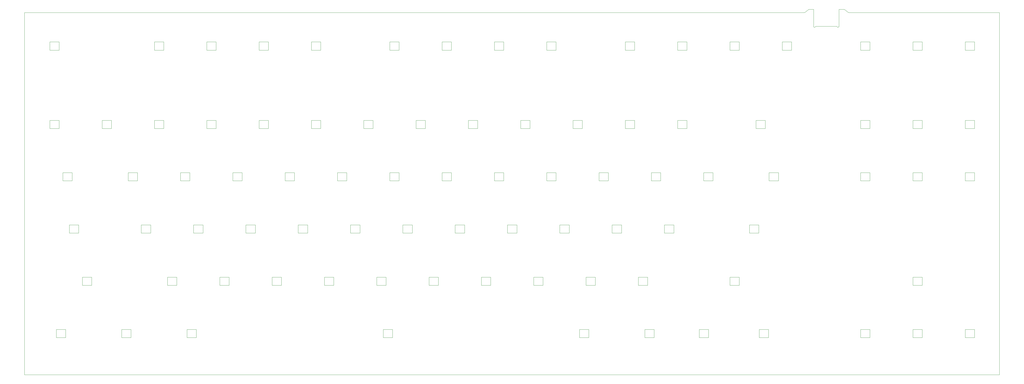
<source format=gbr>
%TF.GenerationSoftware,KiCad,Pcbnew,(6.0.1)*%
%TF.CreationDate,2022-03-06T15:28:15-08:00*%
%TF.ProjectId,Ramen80,52616d65-6e38-4302-9e6b-696361645f70,v1.0.0*%
%TF.SameCoordinates,Original*%
%TF.FileFunction,Profile,NP*%
%FSLAX46Y46*%
G04 Gerber Fmt 4.6, Leading zero omitted, Abs format (unit mm)*
G04 Created by KiCad (PCBNEW (6.0.1)) date 2022-03-06 15:28:15*
%MOMM*%
%LPD*%
G01*
G04 APERTURE LIST*
%TA.AperFunction,Profile*%
%ADD10C,0.100000*%
%TD*%
%TA.AperFunction,Profile*%
%ADD11C,0.010000*%
%TD*%
%TA.AperFunction,Profile*%
%ADD12C,0.120000*%
%TD*%
G04 APERTURE END LIST*
D10*
X32000000Y-182000000D02*
X387000000Y-182000000D01*
X387000000Y-182000000D02*
X387000000Y-50000000D01*
X316000000Y-50000000D02*
X32000000Y-50000000D01*
X32000000Y-50000000D02*
X32000000Y-182000000D01*
X387000000Y-50000000D02*
X332000000Y-50000000D01*
X317575000Y-48812500D02*
X316000000Y-50000000D01*
X330455000Y-48812500D02*
X332000000Y-50000000D01*
D11*
%TO.C,J2*%
X330455000Y-48812500D02*
X328555000Y-48812500D01*
X327755000Y-55012500D02*
X320115000Y-55012500D01*
X328555000Y-48812500D02*
X328555000Y-55012500D01*
X319315000Y-48812500D02*
X317575000Y-48812500D01*
X319315000Y-55012500D02*
X319315000Y-48812500D01*
X327905000Y-55132500D02*
G75*
G03*
X328230000Y-55412500I302499J22499D01*
G01*
X319640000Y-55412500D02*
G75*
G03*
X319965000Y-55132500I22501J302499D01*
G01*
X327905000Y-55132500D02*
G75*
G03*
X327755000Y-55012500I-135000J-15000D01*
G01*
X320115000Y-55012500D02*
G75*
G03*
X319965000Y-55132500I-15000J-135000D01*
G01*
X328230000Y-55412501D02*
G75*
G03*
X328555000Y-55012500I-37499J362500D01*
G01*
X319315000Y-55012500D02*
G75*
G03*
X319640000Y-55412500I362506J-37495D01*
G01*
D12*
%TO.C,LED64*%
X53069000Y-149400000D02*
X56469000Y-149400000D01*
X56469000Y-149400000D02*
X56469000Y-146400000D01*
X56469000Y-146400000D02*
X53069000Y-146400000D01*
X53069000Y-146400000D02*
X53069000Y-149400000D01*
%TO.C,LED48*%
X336437000Y-111300000D02*
X339837000Y-111300000D01*
X339837000Y-111300000D02*
X339837000Y-108300000D01*
X339837000Y-108300000D02*
X336437000Y-108300000D01*
X336437000Y-108300000D02*
X336437000Y-111300000D01*
%TO.C,LED7*%
X184037000Y-63675000D02*
X187437000Y-63675000D01*
X187437000Y-63675000D02*
X187437000Y-60675000D01*
X187437000Y-60675000D02*
X184037000Y-60675000D01*
X184037000Y-60675000D02*
X184037000Y-63675000D01*
%TO.C,LED37*%
X107837000Y-111300000D02*
X111237000Y-111300000D01*
X111237000Y-111300000D02*
X111237000Y-108300000D01*
X111237000Y-108300000D02*
X107837000Y-108300000D01*
X107837000Y-108300000D02*
X107837000Y-111300000D01*
%TO.C,LED72*%
X217375000Y-149400000D02*
X220775000Y-149400000D01*
X220775000Y-149400000D02*
X220775000Y-146400000D01*
X220775000Y-146400000D02*
X217375000Y-146400000D01*
X217375000Y-146400000D02*
X217375000Y-149400000D01*
%TO.C,LED67*%
X122125000Y-149400000D02*
X125525000Y-149400000D01*
X125525000Y-149400000D02*
X125525000Y-146400000D01*
X125525000Y-146400000D02*
X122125000Y-146400000D01*
X122125000Y-146400000D02*
X122125000Y-149400000D01*
%TO.C,LED41*%
X184037000Y-111300000D02*
X187437000Y-111300000D01*
X187437000Y-111300000D02*
X187437000Y-108300000D01*
X187437000Y-108300000D02*
X184037000Y-108300000D01*
X184037000Y-108300000D02*
X184037000Y-111300000D01*
%TO.C,LED70*%
X179275000Y-149400000D02*
X182675000Y-149400000D01*
X182675000Y-149400000D02*
X182675000Y-146400000D01*
X182675000Y-146400000D02*
X179275000Y-146400000D01*
X179275000Y-146400000D02*
X179275000Y-149400000D01*
%TO.C,LED45*%
X260237000Y-111300000D02*
X263637000Y-111300000D01*
X263637000Y-111300000D02*
X263637000Y-108300000D01*
X263637000Y-108300000D02*
X260237000Y-108300000D01*
X260237000Y-108300000D02*
X260237000Y-111300000D01*
%TO.C,LED80*%
X162605000Y-168450000D02*
X166005000Y-168450000D01*
X166005000Y-168450000D02*
X166005000Y-165450000D01*
X166005000Y-165450000D02*
X162605000Y-165450000D01*
X162605000Y-165450000D02*
X162605000Y-168450000D01*
%TO.C,LED69*%
X160225000Y-149400000D02*
X163625000Y-149400000D01*
X163625000Y-149400000D02*
X163625000Y-146400000D01*
X163625000Y-146400000D02*
X160225000Y-146400000D01*
X160225000Y-146400000D02*
X160225000Y-149400000D01*
%TO.C,LED52*%
X74500000Y-130350000D02*
X77900000Y-130350000D01*
X77900000Y-130350000D02*
X77900000Y-127350000D01*
X77900000Y-127350000D02*
X74500000Y-127350000D01*
X74500000Y-127350000D02*
X74500000Y-130350000D01*
%TO.C,LED78*%
X67355000Y-168450000D02*
X70755000Y-168450000D01*
X70755000Y-168450000D02*
X70755000Y-165450000D01*
X70755000Y-165450000D02*
X67355000Y-165450000D01*
X67355000Y-165450000D02*
X67355000Y-168450000D01*
%TO.C,LED39*%
X145937000Y-111300000D02*
X149337000Y-111300000D01*
X149337000Y-111300000D02*
X149337000Y-108300000D01*
X149337000Y-108300000D02*
X145937000Y-108300000D01*
X145937000Y-108300000D02*
X145937000Y-111300000D01*
%TO.C,LED85*%
X336437000Y-168450000D02*
X339837000Y-168450000D01*
X339837000Y-168450000D02*
X339837000Y-165450000D01*
X339837000Y-165450000D02*
X336437000Y-165450000D01*
X336437000Y-165450000D02*
X336437000Y-168450000D01*
%TO.C,LED47*%
X303100000Y-111300000D02*
X306500000Y-111300000D01*
X306500000Y-111300000D02*
X306500000Y-108300000D01*
X306500000Y-108300000D02*
X303100000Y-108300000D01*
X303100000Y-108300000D02*
X303100000Y-111300000D01*
%TO.C,LED66*%
X103075000Y-149400000D02*
X106475000Y-149400000D01*
X106475000Y-149400000D02*
X106475000Y-146400000D01*
X106475000Y-146400000D02*
X103075000Y-146400000D01*
X103075000Y-146400000D02*
X103075000Y-149400000D01*
%TO.C,LED12*%
X288812000Y-63675000D02*
X292212000Y-63675000D01*
X292212000Y-63675000D02*
X292212000Y-60675000D01*
X292212000Y-60675000D02*
X288812000Y-60675000D01*
X288812000Y-60675000D02*
X288812000Y-63675000D01*
%TO.C,LED76*%
X355487000Y-149400000D02*
X358887000Y-149400000D01*
X358887000Y-149400000D02*
X358887000Y-146400000D01*
X358887000Y-146400000D02*
X355487000Y-146400000D01*
X355487000Y-146400000D02*
X355487000Y-149400000D01*
%TO.C,LED46*%
X279287000Y-111300000D02*
X282687000Y-111300000D01*
X282687000Y-111300000D02*
X282687000Y-108300000D01*
X282687000Y-108300000D02*
X279287000Y-108300000D01*
X279287000Y-108300000D02*
X279287000Y-111300000D01*
%TO.C,LED11*%
X269762000Y-63675000D02*
X273162000Y-63675000D01*
X273162000Y-63675000D02*
X273162000Y-60675000D01*
X273162000Y-60675000D02*
X269762000Y-60675000D01*
X269762000Y-60675000D02*
X269762000Y-63675000D01*
%TO.C,LED56*%
X150700000Y-130350000D02*
X154100000Y-130350000D01*
X154100000Y-130350000D02*
X154100000Y-127350000D01*
X154100000Y-127350000D02*
X150700000Y-127350000D01*
X150700000Y-127350000D02*
X150700000Y-130350000D01*
%TO.C,LED27*%
X231662000Y-92250000D02*
X235062000Y-92250000D01*
X235062000Y-92250000D02*
X235062000Y-89250000D01*
X235062000Y-89250000D02*
X231662000Y-89250000D01*
X231662000Y-89250000D02*
X231662000Y-92250000D01*
%TO.C,LED58*%
X188800000Y-130350000D02*
X192200000Y-130350000D01*
X192200000Y-130350000D02*
X192200000Y-127350000D01*
X192200000Y-127350000D02*
X188800000Y-127350000D01*
X188800000Y-127350000D02*
X188800000Y-130350000D01*
%TO.C,LED77*%
X43543000Y-168450000D02*
X46943000Y-168450000D01*
X46943000Y-168450000D02*
X46943000Y-165450000D01*
X46943000Y-165450000D02*
X43543000Y-165450000D01*
X43543000Y-165450000D02*
X43543000Y-168450000D01*
%TO.C,LED35*%
X69737000Y-111300000D02*
X73137000Y-111300000D01*
X73137000Y-111300000D02*
X73137000Y-108300000D01*
X73137000Y-108300000D02*
X69737000Y-108300000D01*
X69737000Y-108300000D02*
X69737000Y-111300000D01*
%TO.C,LED49*%
X355487000Y-111300000D02*
X358887000Y-111300000D01*
X358887000Y-111300000D02*
X358887000Y-108300000D01*
X358887000Y-108300000D02*
X355487000Y-108300000D01*
X355487000Y-108300000D02*
X355487000Y-111300000D01*
%TO.C,LED23*%
X155462000Y-92250000D02*
X158862000Y-92250000D01*
X158862000Y-92250000D02*
X158862000Y-89250000D01*
X158862000Y-89250000D02*
X155462000Y-89250000D01*
X155462000Y-89250000D02*
X155462000Y-92250000D01*
%TO.C,LED20*%
X98312000Y-92250000D02*
X101712000Y-92250000D01*
X101712000Y-92250000D02*
X101712000Y-89250000D01*
X101712000Y-89250000D02*
X98312000Y-89250000D01*
X98312000Y-89250000D02*
X98312000Y-92250000D01*
%TO.C,LED62*%
X265000000Y-130350000D02*
X268400000Y-130350000D01*
X268400000Y-130350000D02*
X268400000Y-127350000D01*
X268400000Y-127350000D02*
X265000000Y-127350000D01*
X265000000Y-127350000D02*
X265000000Y-130350000D01*
%TO.C,LED57*%
X169750000Y-130350000D02*
X173150000Y-130350000D01*
X173150000Y-130350000D02*
X173150000Y-127350000D01*
X173150000Y-127350000D02*
X169750000Y-127350000D01*
X169750000Y-127350000D02*
X169750000Y-130350000D01*
%TO.C,LED9*%
X222137000Y-63675000D02*
X225537000Y-63675000D01*
X225537000Y-63675000D02*
X225537000Y-60675000D01*
X225537000Y-60675000D02*
X222137000Y-60675000D01*
X222137000Y-60675000D02*
X222137000Y-63675000D01*
%TO.C,LED50*%
X374537000Y-111300000D02*
X377937000Y-111300000D01*
X377937000Y-111300000D02*
X377937000Y-108300000D01*
X377937000Y-108300000D02*
X374537000Y-108300000D01*
X374537000Y-108300000D02*
X374537000Y-111300000D01*
%TO.C,LED87*%
X374537000Y-168450000D02*
X377937000Y-168450000D01*
X377937000Y-168450000D02*
X377937000Y-165450000D01*
X377937000Y-165450000D02*
X374537000Y-165450000D01*
X374537000Y-165450000D02*
X374537000Y-168450000D01*
%TO.C,LED60*%
X226900000Y-130350000D02*
X230300000Y-130350000D01*
X230300000Y-130350000D02*
X230300000Y-127350000D01*
X230300000Y-127350000D02*
X226900000Y-127350000D01*
X226900000Y-127350000D02*
X226900000Y-130350000D01*
%TO.C,LED4*%
X117362000Y-63675000D02*
X120762000Y-63675000D01*
X120762000Y-63675000D02*
X120762000Y-60675000D01*
X120762000Y-60675000D02*
X117362000Y-60675000D01*
X117362000Y-60675000D02*
X117362000Y-63675000D01*
%TO.C,LED86*%
X355487000Y-168450000D02*
X358887000Y-168450000D01*
X358887000Y-168450000D02*
X358887000Y-165450000D01*
X358887000Y-165450000D02*
X355487000Y-165450000D01*
X355487000Y-165450000D02*
X355487000Y-168450000D01*
%TO.C,LED81*%
X234043000Y-168450000D02*
X237443000Y-168450000D01*
X237443000Y-168450000D02*
X237443000Y-165450000D01*
X237443000Y-165450000D02*
X234043000Y-165450000D01*
X234043000Y-165450000D02*
X234043000Y-168450000D01*
%TO.C,LED15*%
X355487000Y-63675000D02*
X358887000Y-63675000D01*
X358887000Y-63675000D02*
X358887000Y-60675000D01*
X358887000Y-60675000D02*
X355487000Y-60675000D01*
X355487000Y-60675000D02*
X355487000Y-63675000D01*
%TO.C,LED18*%
X60212000Y-92250000D02*
X63612000Y-92250000D01*
X63612000Y-92250000D02*
X63612000Y-89250000D01*
X63612000Y-89250000D02*
X60212000Y-89250000D01*
X60212000Y-89250000D02*
X60212000Y-92250000D01*
%TO.C,LED24*%
X174512000Y-92250000D02*
X177912000Y-92250000D01*
X177912000Y-92250000D02*
X177912000Y-89250000D01*
X177912000Y-89250000D02*
X174512000Y-89250000D01*
X174512000Y-89250000D02*
X174512000Y-92250000D01*
%TO.C,LED40*%
X164987000Y-111300000D02*
X168387000Y-111300000D01*
X168387000Y-111300000D02*
X168387000Y-108300000D01*
X168387000Y-108300000D02*
X164987000Y-108300000D01*
X164987000Y-108300000D02*
X164987000Y-111300000D01*
%TO.C,LED6*%
X164987000Y-63675000D02*
X168387000Y-63675000D01*
X168387000Y-63675000D02*
X168387000Y-60675000D01*
X168387000Y-60675000D02*
X164987000Y-60675000D01*
X164987000Y-60675000D02*
X164987000Y-63675000D01*
%TO.C,LED68*%
X141175000Y-149400000D02*
X144575000Y-149400000D01*
X144575000Y-149400000D02*
X144575000Y-146400000D01*
X144575000Y-146400000D02*
X141175000Y-146400000D01*
X141175000Y-146400000D02*
X141175000Y-149400000D01*
%TO.C,LED63*%
X295956000Y-130350000D02*
X299356000Y-130350000D01*
X299356000Y-130350000D02*
X299356000Y-127350000D01*
X299356000Y-127350000D02*
X295956000Y-127350000D01*
X295956000Y-127350000D02*
X295956000Y-130350000D01*
%TO.C,LED3*%
X98312000Y-63675000D02*
X101712000Y-63675000D01*
X101712000Y-63675000D02*
X101712000Y-60675000D01*
X101712000Y-60675000D02*
X98312000Y-60675000D01*
X98312000Y-60675000D02*
X98312000Y-63675000D01*
%TO.C,LED82*%
X257855000Y-168450000D02*
X261255000Y-168450000D01*
X261255000Y-168450000D02*
X261255000Y-165450000D01*
X261255000Y-165450000D02*
X257855000Y-165450000D01*
X257855000Y-165450000D02*
X257855000Y-168450000D01*
%TO.C,LED13*%
X307862000Y-63675000D02*
X311262000Y-63675000D01*
X311262000Y-63675000D02*
X311262000Y-60675000D01*
X311262000Y-60675000D02*
X307862000Y-60675000D01*
X307862000Y-60675000D02*
X307862000Y-63675000D01*
%TO.C,LED5*%
X136412000Y-63675000D02*
X139812000Y-63675000D01*
X139812000Y-63675000D02*
X139812000Y-60675000D01*
X139812000Y-60675000D02*
X136412000Y-60675000D01*
X136412000Y-60675000D02*
X136412000Y-63675000D01*
%TO.C,LED25*%
X193562000Y-92250000D02*
X196962000Y-92250000D01*
X196962000Y-92250000D02*
X196962000Y-89250000D01*
X196962000Y-89250000D02*
X193562000Y-89250000D01*
X193562000Y-89250000D02*
X193562000Y-92250000D01*
%TO.C,LED53*%
X93550000Y-130350000D02*
X96950000Y-130350000D01*
X96950000Y-130350000D02*
X96950000Y-127350000D01*
X96950000Y-127350000D02*
X93550000Y-127350000D01*
X93550000Y-127350000D02*
X93550000Y-130350000D01*
%TO.C,LED17*%
X41162000Y-92250000D02*
X44562000Y-92250000D01*
X44562000Y-92250000D02*
X44562000Y-89250000D01*
X44562000Y-89250000D02*
X41162000Y-89250000D01*
X41162000Y-89250000D02*
X41162000Y-92250000D01*
%TO.C,LED36*%
X88787000Y-111300000D02*
X92187000Y-111300000D01*
X92187000Y-111300000D02*
X92187000Y-108300000D01*
X92187000Y-108300000D02*
X88787000Y-108300000D01*
X88787000Y-108300000D02*
X88787000Y-111300000D01*
%TO.C,LED79*%
X91168000Y-168450000D02*
X94568000Y-168450000D01*
X94568000Y-168450000D02*
X94568000Y-165450000D01*
X94568000Y-165450000D02*
X91168000Y-165450000D01*
X91168000Y-165450000D02*
X91168000Y-168450000D01*
%TO.C,LED74*%
X255475000Y-149400000D02*
X258875000Y-149400000D01*
X258875000Y-149400000D02*
X258875000Y-146400000D01*
X258875000Y-146400000D02*
X255475000Y-146400000D01*
X255475000Y-146400000D02*
X255475000Y-149400000D01*
%TO.C,LED84*%
X299480000Y-168450000D02*
X302880000Y-168450000D01*
X302880000Y-168450000D02*
X302880000Y-165450000D01*
X302880000Y-165450000D02*
X299480000Y-165450000D01*
X299480000Y-165450000D02*
X299480000Y-168450000D01*
%TO.C,LED42*%
X203087000Y-111300000D02*
X206487000Y-111300000D01*
X206487000Y-111300000D02*
X206487000Y-108300000D01*
X206487000Y-108300000D02*
X203087000Y-108300000D01*
X203087000Y-108300000D02*
X203087000Y-111300000D01*
%TO.C,LED55*%
X131650000Y-130350000D02*
X135050000Y-130350000D01*
X135050000Y-130350000D02*
X135050000Y-127350000D01*
X135050000Y-127350000D02*
X131650000Y-127350000D01*
X131650000Y-127350000D02*
X131650000Y-130350000D01*
%TO.C,LED21*%
X117362000Y-92250000D02*
X120762000Y-92250000D01*
X120762000Y-92250000D02*
X120762000Y-89250000D01*
X120762000Y-89250000D02*
X117362000Y-89250000D01*
X117362000Y-89250000D02*
X117362000Y-92250000D01*
%TO.C,LED14*%
X336437000Y-63675000D02*
X339837000Y-63675000D01*
X339837000Y-63675000D02*
X339837000Y-60675000D01*
X339837000Y-60675000D02*
X336437000Y-60675000D01*
X336437000Y-60675000D02*
X336437000Y-63675000D01*
%TO.C,LED19*%
X79262000Y-92250000D02*
X82662000Y-92250000D01*
X82662000Y-92250000D02*
X82662000Y-89250000D01*
X82662000Y-89250000D02*
X79262000Y-89250000D01*
X79262000Y-89250000D02*
X79262000Y-92250000D01*
%TO.C,LED54*%
X112600000Y-130350000D02*
X116000000Y-130350000D01*
X116000000Y-130350000D02*
X116000000Y-127350000D01*
X116000000Y-127350000D02*
X112600000Y-127350000D01*
X112600000Y-127350000D02*
X112600000Y-130350000D01*
%TO.C,LED51*%
X48306000Y-130350000D02*
X51706000Y-130350000D01*
X51706000Y-130350000D02*
X51706000Y-127350000D01*
X51706000Y-127350000D02*
X48306000Y-127350000D01*
X48306000Y-127350000D02*
X48306000Y-130350000D01*
%TO.C,LED30*%
X298337000Y-92250000D02*
X301737000Y-92250000D01*
X301737000Y-92250000D02*
X301737000Y-89250000D01*
X301737000Y-89250000D02*
X298337000Y-89250000D01*
X298337000Y-89250000D02*
X298337000Y-92250000D01*
%TO.C,LED16*%
X374537000Y-63675000D02*
X377937000Y-63675000D01*
X377937000Y-63675000D02*
X377937000Y-60675000D01*
X377937000Y-60675000D02*
X374537000Y-60675000D01*
X374537000Y-60675000D02*
X374537000Y-63675000D01*
%TO.C,LED29*%
X269762000Y-92250000D02*
X273162000Y-92250000D01*
X273162000Y-92250000D02*
X273162000Y-89250000D01*
X273162000Y-89250000D02*
X269762000Y-89250000D01*
X269762000Y-89250000D02*
X269762000Y-92250000D01*
%TO.C,LED34*%
X45925000Y-111300000D02*
X49325000Y-111300000D01*
X49325000Y-111300000D02*
X49325000Y-108300000D01*
X49325000Y-108300000D02*
X45925000Y-108300000D01*
X45925000Y-108300000D02*
X45925000Y-111300000D01*
%TO.C,LED71*%
X198325000Y-149400000D02*
X201725000Y-149400000D01*
X201725000Y-149400000D02*
X201725000Y-146400000D01*
X201725000Y-146400000D02*
X198325000Y-146400000D01*
X198325000Y-146400000D02*
X198325000Y-149400000D01*
%TO.C,LED1*%
X41162000Y-63675000D02*
X44562000Y-63675000D01*
X44562000Y-63675000D02*
X44562000Y-60675000D01*
X44562000Y-60675000D02*
X41162000Y-60675000D01*
X41162000Y-60675000D02*
X41162000Y-63675000D01*
%TO.C,LED22*%
X136412000Y-92250000D02*
X139812000Y-92250000D01*
X139812000Y-92250000D02*
X139812000Y-89250000D01*
X139812000Y-89250000D02*
X136412000Y-89250000D01*
X136412000Y-89250000D02*
X136412000Y-92250000D01*
%TO.C,LED10*%
X250712000Y-63675000D02*
X254112000Y-63675000D01*
X254112000Y-63675000D02*
X254112000Y-60675000D01*
X254112000Y-60675000D02*
X250712000Y-60675000D01*
X250712000Y-60675000D02*
X250712000Y-63675000D01*
%TO.C,LED31*%
X336437000Y-92250000D02*
X339837000Y-92250000D01*
X339837000Y-92250000D02*
X339837000Y-89250000D01*
X339837000Y-89250000D02*
X336437000Y-89250000D01*
X336437000Y-89250000D02*
X336437000Y-92250000D01*
%TO.C,LED33*%
X374537000Y-92250000D02*
X377937000Y-92250000D01*
X377937000Y-92250000D02*
X377937000Y-89250000D01*
X377937000Y-89250000D02*
X374537000Y-89250000D01*
X374537000Y-89250000D02*
X374537000Y-92250000D01*
%TO.C,LED32*%
X355487000Y-92250000D02*
X358887000Y-92250000D01*
X358887000Y-92250000D02*
X358887000Y-89250000D01*
X358887000Y-89250000D02*
X355487000Y-89250000D01*
X355487000Y-89250000D02*
X355487000Y-92250000D01*
%TO.C,LED38*%
X126887000Y-111300000D02*
X130287000Y-111300000D01*
X130287000Y-111300000D02*
X130287000Y-108300000D01*
X130287000Y-108300000D02*
X126887000Y-108300000D01*
X126887000Y-108300000D02*
X126887000Y-111300000D01*
%TO.C,LED59*%
X207850000Y-130350000D02*
X211250000Y-130350000D01*
X211250000Y-130350000D02*
X211250000Y-127350000D01*
X211250000Y-127350000D02*
X207850000Y-127350000D01*
X207850000Y-127350000D02*
X207850000Y-130350000D01*
%TO.C,LED8*%
X203087000Y-63675000D02*
X206487000Y-63675000D01*
X206487000Y-63675000D02*
X206487000Y-60675000D01*
X206487000Y-60675000D02*
X203087000Y-60675000D01*
X203087000Y-60675000D02*
X203087000Y-63675000D01*
%TO.C,LED44*%
X241187000Y-111300000D02*
X244587000Y-111300000D01*
X244587000Y-111300000D02*
X244587000Y-108300000D01*
X244587000Y-108300000D02*
X241187000Y-108300000D01*
X241187000Y-108300000D02*
X241187000Y-111300000D01*
%TO.C,LED43*%
X222137000Y-111300000D02*
X225537000Y-111300000D01*
X225537000Y-111300000D02*
X225537000Y-108300000D01*
X225537000Y-108300000D02*
X222137000Y-108300000D01*
X222137000Y-108300000D02*
X222137000Y-111300000D01*
%TO.C,LED26*%
X212612000Y-92250000D02*
X216012000Y-92250000D01*
X216012000Y-92250000D02*
X216012000Y-89250000D01*
X216012000Y-89250000D02*
X212612000Y-89250000D01*
X212612000Y-89250000D02*
X212612000Y-92250000D01*
%TO.C,LED61*%
X245950000Y-130350000D02*
X249350000Y-130350000D01*
X249350000Y-130350000D02*
X249350000Y-127350000D01*
X249350000Y-127350000D02*
X245950000Y-127350000D01*
X245950000Y-127350000D02*
X245950000Y-130350000D01*
%TO.C,LED73*%
X236425000Y-149400000D02*
X239825000Y-149400000D01*
X239825000Y-149400000D02*
X239825000Y-146400000D01*
X239825000Y-146400000D02*
X236425000Y-146400000D01*
X236425000Y-146400000D02*
X236425000Y-149400000D01*
%TO.C,LED28*%
X250712000Y-92250000D02*
X254112000Y-92250000D01*
X254112000Y-92250000D02*
X254112000Y-89250000D01*
X254112000Y-89250000D02*
X250712000Y-89250000D01*
X250712000Y-89250000D02*
X250712000Y-92250000D01*
%TO.C,LED83*%
X277668000Y-168450000D02*
X281068000Y-168450000D01*
X281068000Y-168450000D02*
X281068000Y-165450000D01*
X281068000Y-165450000D02*
X277668000Y-165450000D01*
X277668000Y-165450000D02*
X277668000Y-168450000D01*
%TO.C,LED75*%
X288812000Y-149400000D02*
X292212000Y-149400000D01*
X292212000Y-149400000D02*
X292212000Y-146400000D01*
X292212000Y-146400000D02*
X288812000Y-146400000D01*
X288812000Y-146400000D02*
X288812000Y-149400000D01*
%TO.C,LED2*%
X79262000Y-63675000D02*
X82662000Y-63675000D01*
X82662000Y-63675000D02*
X82662000Y-60675000D01*
X82662000Y-60675000D02*
X79262000Y-60675000D01*
X79262000Y-60675000D02*
X79262000Y-63675000D01*
%TO.C,LED65*%
X84025000Y-149400000D02*
X87425000Y-149400000D01*
X87425000Y-149400000D02*
X87425000Y-146400000D01*
X87425000Y-146400000D02*
X84025000Y-146400000D01*
X84025000Y-146400000D02*
X84025000Y-149400000D01*
%TD*%
M02*

</source>
